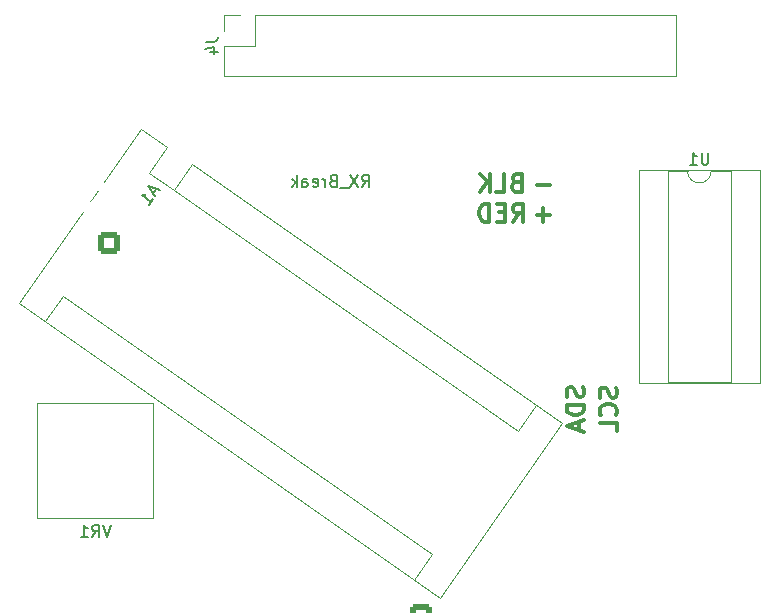
<source format=gbr>
G04 #@! TF.GenerationSoftware,KiCad,Pcbnew,7.0.11-7.0.11~ubuntu20.04.1*
G04 #@! TF.CreationDate,2024-03-27T14:10:52+00:00*
G04 #@! TF.ProjectId,Swarm-B_20230626,53776172-6d2d-4425-9f32-303233303632,rev?*
G04 #@! TF.SameCoordinates,Original*
G04 #@! TF.FileFunction,Legend,Bot*
G04 #@! TF.FilePolarity,Positive*
%FSLAX46Y46*%
G04 Gerber Fmt 4.6, Leading zero omitted, Abs format (unit mm)*
G04 Created by KiCad (PCBNEW 7.0.11-7.0.11~ubuntu20.04.1) date 2024-03-27 14:10:52*
%MOMM*%
%LPD*%
G01*
G04 APERTURE LIST*
G04 Aperture macros list*
%AMRoundRect*
0 Rectangle with rounded corners*
0 $1 Rounding radius*
0 $2 $3 $4 $5 $6 $7 $8 $9 X,Y pos of 4 corners*
0 Add a 4 corners polygon primitive as box body*
4,1,4,$2,$3,$4,$5,$6,$7,$8,$9,$2,$3,0*
0 Add four circle primitives for the rounded corners*
1,1,$1+$1,$2,$3*
1,1,$1+$1,$4,$5*
1,1,$1+$1,$6,$7*
1,1,$1+$1,$8,$9*
0 Add four rect primitives between the rounded corners*
20,1,$1+$1,$2,$3,$4,$5,0*
20,1,$1+$1,$4,$5,$6,$7,0*
20,1,$1+$1,$6,$7,$8,$9,0*
20,1,$1+$1,$8,$9,$2,$3,0*%
%AMHorizOval*
0 Thick line with rounded ends*
0 $1 width*
0 $2 $3 position (X,Y) of the first rounded end (center of the circle)*
0 $4 $5 position (X,Y) of the second rounded end (center of the circle)*
0 Add line between two ends*
20,1,$1,$2,$3,$4,$5,0*
0 Add two circle primitives to create the rounded ends*
1,1,$1,$2,$3*
1,1,$1,$4,$5*%
%AMRotRect*
0 Rectangle, with rotation*
0 The origin of the aperture is its center*
0 $1 length*
0 $2 width*
0 $3 Rotation angle, in degrees counterclockwise*
0 Add horizontal line*
21,1,$1,$2,0,0,$3*%
G04 Aperture macros list end*
%ADD10C,0.300000*%
%ADD11C,0.150000*%
%ADD12C,0.120000*%
%ADD13R,1.800000X1.800000*%
%ADD14C,1.800000*%
%ADD15RoundRect,0.248400X-0.651600X0.651600X-0.651600X-0.651600X0.651600X-0.651600X0.651600X0.651600X0*%
%ADD16R,1.700000X1.700000*%
%ADD17O,1.700000X1.700000*%
%ADD18C,1.600000*%
%ADD19C,1.400000*%
%ADD20O,1.400000X1.400000*%
%ADD21C,2.000000*%
%ADD22RotRect,1.700000X1.700000X25.000000*%
%ADD23HorizOval,1.700000X0.000000X0.000000X0.000000X0.000000X0*%
%ADD24RoundRect,0.248400X-0.651600X-0.651600X0.651600X-0.651600X0.651600X0.651600X-0.651600X0.651600X0*%
%ADD25RotRect,1.700000X1.700000X335.000000*%
%ADD26HorizOval,1.700000X0.000000X0.000000X0.000000X0.000000X0*%
%ADD27RoundRect,0.248400X0.651600X-0.651600X0.651600X0.651600X-0.651600X0.651600X-0.651600X-0.651600X0*%
%ADD28RoundRect,0.248400X0.651600X0.651600X-0.651600X0.651600X-0.651600X-0.651600X0.651600X-0.651600X0*%
%ADD29RotRect,1.600000X1.600000X235.000000*%
%ADD30HorizOval,1.600000X0.000000X0.000000X0.000000X0.000000X0*%
%ADD31R,1.600000X1.600000*%
%ADD32O,1.600000X1.600000*%
%ADD33C,1.440000*%
G04 APERTURE END LIST*
D10*
X130146900Y-103842572D02*
X130218328Y-104056858D01*
X130218328Y-104056858D02*
X130218328Y-104414000D01*
X130218328Y-104414000D02*
X130146900Y-104556858D01*
X130146900Y-104556858D02*
X130075471Y-104628286D01*
X130075471Y-104628286D02*
X129932614Y-104699715D01*
X129932614Y-104699715D02*
X129789757Y-104699715D01*
X129789757Y-104699715D02*
X129646900Y-104628286D01*
X129646900Y-104628286D02*
X129575471Y-104556858D01*
X129575471Y-104556858D02*
X129504042Y-104414000D01*
X129504042Y-104414000D02*
X129432614Y-104128286D01*
X129432614Y-104128286D02*
X129361185Y-103985429D01*
X129361185Y-103985429D02*
X129289757Y-103914000D01*
X129289757Y-103914000D02*
X129146900Y-103842572D01*
X129146900Y-103842572D02*
X129004042Y-103842572D01*
X129004042Y-103842572D02*
X128861185Y-103914000D01*
X128861185Y-103914000D02*
X128789757Y-103985429D01*
X128789757Y-103985429D02*
X128718328Y-104128286D01*
X128718328Y-104128286D02*
X128718328Y-104485429D01*
X128718328Y-104485429D02*
X128789757Y-104699715D01*
X130218328Y-105342571D02*
X128718328Y-105342571D01*
X128718328Y-105342571D02*
X128718328Y-105699714D01*
X128718328Y-105699714D02*
X128789757Y-105914000D01*
X128789757Y-105914000D02*
X128932614Y-106056857D01*
X128932614Y-106056857D02*
X129075471Y-106128286D01*
X129075471Y-106128286D02*
X129361185Y-106199714D01*
X129361185Y-106199714D02*
X129575471Y-106199714D01*
X129575471Y-106199714D02*
X129861185Y-106128286D01*
X129861185Y-106128286D02*
X130004042Y-106056857D01*
X130004042Y-106056857D02*
X130146900Y-105914000D01*
X130146900Y-105914000D02*
X130218328Y-105699714D01*
X130218328Y-105699714D02*
X130218328Y-105342571D01*
X129789757Y-106771143D02*
X129789757Y-107485429D01*
X130218328Y-106628286D02*
X128718328Y-107128286D01*
X128718328Y-107128286D02*
X130218328Y-107628286D01*
X126174571Y-86720900D02*
X127317429Y-86720900D01*
X126174571Y-89260900D02*
X127317429Y-89260900D01*
X126746000Y-89832328D02*
X126746000Y-88689471D01*
D11*
X111395792Y-86869819D02*
X111729125Y-86393628D01*
X111967220Y-86869819D02*
X111967220Y-85869819D01*
X111967220Y-85869819D02*
X111586268Y-85869819D01*
X111586268Y-85869819D02*
X111491030Y-85917438D01*
X111491030Y-85917438D02*
X111443411Y-85965057D01*
X111443411Y-85965057D02*
X111395792Y-86060295D01*
X111395792Y-86060295D02*
X111395792Y-86203152D01*
X111395792Y-86203152D02*
X111443411Y-86298390D01*
X111443411Y-86298390D02*
X111491030Y-86346009D01*
X111491030Y-86346009D02*
X111586268Y-86393628D01*
X111586268Y-86393628D02*
X111967220Y-86393628D01*
X111062458Y-85869819D02*
X110395792Y-86869819D01*
X110395792Y-85869819D02*
X111062458Y-86869819D01*
X110252935Y-86965057D02*
X109491030Y-86965057D01*
X108919601Y-86346009D02*
X108776744Y-86393628D01*
X108776744Y-86393628D02*
X108729125Y-86441247D01*
X108729125Y-86441247D02*
X108681506Y-86536485D01*
X108681506Y-86536485D02*
X108681506Y-86679342D01*
X108681506Y-86679342D02*
X108729125Y-86774580D01*
X108729125Y-86774580D02*
X108776744Y-86822200D01*
X108776744Y-86822200D02*
X108871982Y-86869819D01*
X108871982Y-86869819D02*
X109252934Y-86869819D01*
X109252934Y-86869819D02*
X109252934Y-85869819D01*
X109252934Y-85869819D02*
X108919601Y-85869819D01*
X108919601Y-85869819D02*
X108824363Y-85917438D01*
X108824363Y-85917438D02*
X108776744Y-85965057D01*
X108776744Y-85965057D02*
X108729125Y-86060295D01*
X108729125Y-86060295D02*
X108729125Y-86155533D01*
X108729125Y-86155533D02*
X108776744Y-86250771D01*
X108776744Y-86250771D02*
X108824363Y-86298390D01*
X108824363Y-86298390D02*
X108919601Y-86346009D01*
X108919601Y-86346009D02*
X109252934Y-86346009D01*
X108252934Y-86869819D02*
X108252934Y-86203152D01*
X108252934Y-86393628D02*
X108205315Y-86298390D01*
X108205315Y-86298390D02*
X108157696Y-86250771D01*
X108157696Y-86250771D02*
X108062458Y-86203152D01*
X108062458Y-86203152D02*
X107967220Y-86203152D01*
X107252934Y-86822200D02*
X107348172Y-86869819D01*
X107348172Y-86869819D02*
X107538648Y-86869819D01*
X107538648Y-86869819D02*
X107633886Y-86822200D01*
X107633886Y-86822200D02*
X107681505Y-86726961D01*
X107681505Y-86726961D02*
X107681505Y-86346009D01*
X107681505Y-86346009D02*
X107633886Y-86250771D01*
X107633886Y-86250771D02*
X107538648Y-86203152D01*
X107538648Y-86203152D02*
X107348172Y-86203152D01*
X107348172Y-86203152D02*
X107252934Y-86250771D01*
X107252934Y-86250771D02*
X107205315Y-86346009D01*
X107205315Y-86346009D02*
X107205315Y-86441247D01*
X107205315Y-86441247D02*
X107681505Y-86536485D01*
X106348172Y-86869819D02*
X106348172Y-86346009D01*
X106348172Y-86346009D02*
X106395791Y-86250771D01*
X106395791Y-86250771D02*
X106491029Y-86203152D01*
X106491029Y-86203152D02*
X106681505Y-86203152D01*
X106681505Y-86203152D02*
X106776743Y-86250771D01*
X106348172Y-86822200D02*
X106443410Y-86869819D01*
X106443410Y-86869819D02*
X106681505Y-86869819D01*
X106681505Y-86869819D02*
X106776743Y-86822200D01*
X106776743Y-86822200D02*
X106824362Y-86726961D01*
X106824362Y-86726961D02*
X106824362Y-86631723D01*
X106824362Y-86631723D02*
X106776743Y-86536485D01*
X106776743Y-86536485D02*
X106681505Y-86488866D01*
X106681505Y-86488866D02*
X106443410Y-86488866D01*
X106443410Y-86488866D02*
X106348172Y-86441247D01*
X105871981Y-86869819D02*
X105871981Y-85869819D01*
X105776743Y-86488866D02*
X105491029Y-86869819D01*
X105491029Y-86203152D02*
X105871981Y-86584104D01*
D10*
X124154285Y-89832328D02*
X124654285Y-89118042D01*
X125011428Y-89832328D02*
X125011428Y-88332328D01*
X125011428Y-88332328D02*
X124439999Y-88332328D01*
X124439999Y-88332328D02*
X124297142Y-88403757D01*
X124297142Y-88403757D02*
X124225713Y-88475185D01*
X124225713Y-88475185D02*
X124154285Y-88618042D01*
X124154285Y-88618042D02*
X124154285Y-88832328D01*
X124154285Y-88832328D02*
X124225713Y-88975185D01*
X124225713Y-88975185D02*
X124297142Y-89046614D01*
X124297142Y-89046614D02*
X124439999Y-89118042D01*
X124439999Y-89118042D02*
X125011428Y-89118042D01*
X123511428Y-89046614D02*
X123011428Y-89046614D01*
X122797142Y-89832328D02*
X123511428Y-89832328D01*
X123511428Y-89832328D02*
X123511428Y-88332328D01*
X123511428Y-88332328D02*
X122797142Y-88332328D01*
X122154285Y-89832328D02*
X122154285Y-88332328D01*
X122154285Y-88332328D02*
X121797142Y-88332328D01*
X121797142Y-88332328D02*
X121582856Y-88403757D01*
X121582856Y-88403757D02*
X121439999Y-88546614D01*
X121439999Y-88546614D02*
X121368570Y-88689471D01*
X121368570Y-88689471D02*
X121297142Y-88975185D01*
X121297142Y-88975185D02*
X121297142Y-89189471D01*
X121297142Y-89189471D02*
X121368570Y-89475185D01*
X121368570Y-89475185D02*
X121439999Y-89618042D01*
X121439999Y-89618042D02*
X121582856Y-89760900D01*
X121582856Y-89760900D02*
X121797142Y-89832328D01*
X121797142Y-89832328D02*
X122154285Y-89832328D01*
X132940900Y-103878286D02*
X133012328Y-104092572D01*
X133012328Y-104092572D02*
X133012328Y-104449714D01*
X133012328Y-104449714D02*
X132940900Y-104592572D01*
X132940900Y-104592572D02*
X132869471Y-104664000D01*
X132869471Y-104664000D02*
X132726614Y-104735429D01*
X132726614Y-104735429D02*
X132583757Y-104735429D01*
X132583757Y-104735429D02*
X132440900Y-104664000D01*
X132440900Y-104664000D02*
X132369471Y-104592572D01*
X132369471Y-104592572D02*
X132298042Y-104449714D01*
X132298042Y-104449714D02*
X132226614Y-104164000D01*
X132226614Y-104164000D02*
X132155185Y-104021143D01*
X132155185Y-104021143D02*
X132083757Y-103949714D01*
X132083757Y-103949714D02*
X131940900Y-103878286D01*
X131940900Y-103878286D02*
X131798042Y-103878286D01*
X131798042Y-103878286D02*
X131655185Y-103949714D01*
X131655185Y-103949714D02*
X131583757Y-104021143D01*
X131583757Y-104021143D02*
X131512328Y-104164000D01*
X131512328Y-104164000D02*
X131512328Y-104521143D01*
X131512328Y-104521143D02*
X131583757Y-104735429D01*
X132869471Y-106235428D02*
X132940900Y-106164000D01*
X132940900Y-106164000D02*
X133012328Y-105949714D01*
X133012328Y-105949714D02*
X133012328Y-105806857D01*
X133012328Y-105806857D02*
X132940900Y-105592571D01*
X132940900Y-105592571D02*
X132798042Y-105449714D01*
X132798042Y-105449714D02*
X132655185Y-105378285D01*
X132655185Y-105378285D02*
X132369471Y-105306857D01*
X132369471Y-105306857D02*
X132155185Y-105306857D01*
X132155185Y-105306857D02*
X131869471Y-105378285D01*
X131869471Y-105378285D02*
X131726614Y-105449714D01*
X131726614Y-105449714D02*
X131583757Y-105592571D01*
X131583757Y-105592571D02*
X131512328Y-105806857D01*
X131512328Y-105806857D02*
X131512328Y-105949714D01*
X131512328Y-105949714D02*
X131583757Y-106164000D01*
X131583757Y-106164000D02*
X131655185Y-106235428D01*
X133012328Y-107592571D02*
X133012328Y-106878285D01*
X133012328Y-106878285D02*
X131512328Y-106878285D01*
X124440000Y-86506614D02*
X124225714Y-86578042D01*
X124225714Y-86578042D02*
X124154285Y-86649471D01*
X124154285Y-86649471D02*
X124082857Y-86792328D01*
X124082857Y-86792328D02*
X124082857Y-87006614D01*
X124082857Y-87006614D02*
X124154285Y-87149471D01*
X124154285Y-87149471D02*
X124225714Y-87220900D01*
X124225714Y-87220900D02*
X124368571Y-87292328D01*
X124368571Y-87292328D02*
X124940000Y-87292328D01*
X124940000Y-87292328D02*
X124940000Y-85792328D01*
X124940000Y-85792328D02*
X124440000Y-85792328D01*
X124440000Y-85792328D02*
X124297143Y-85863757D01*
X124297143Y-85863757D02*
X124225714Y-85935185D01*
X124225714Y-85935185D02*
X124154285Y-86078042D01*
X124154285Y-86078042D02*
X124154285Y-86220900D01*
X124154285Y-86220900D02*
X124225714Y-86363757D01*
X124225714Y-86363757D02*
X124297143Y-86435185D01*
X124297143Y-86435185D02*
X124440000Y-86506614D01*
X124440000Y-86506614D02*
X124940000Y-86506614D01*
X122725714Y-87292328D02*
X123440000Y-87292328D01*
X123440000Y-87292328D02*
X123440000Y-85792328D01*
X122225714Y-87292328D02*
X122225714Y-85792328D01*
X121368571Y-87292328D02*
X122011428Y-86435185D01*
X121368571Y-85792328D02*
X122225714Y-86649471D01*
D11*
X93982223Y-87059888D02*
X93709091Y-87449961D01*
X94270892Y-87145753D02*
X93260548Y-86845227D01*
X93260548Y-86845227D02*
X93888508Y-87691854D01*
X93396871Y-88393985D02*
X93724629Y-87925898D01*
X93560750Y-88159941D02*
X92741598Y-87586365D01*
X92741598Y-87586365D02*
X92913246Y-87590290D01*
X92913246Y-87590290D02*
X93045887Y-87566902D01*
X93045887Y-87566902D02*
X93139520Y-87516200D01*
X140715904Y-83992819D02*
X140715904Y-84802342D01*
X140715904Y-84802342D02*
X140668285Y-84897580D01*
X140668285Y-84897580D02*
X140620666Y-84945200D01*
X140620666Y-84945200D02*
X140525428Y-84992819D01*
X140525428Y-84992819D02*
X140334952Y-84992819D01*
X140334952Y-84992819D02*
X140239714Y-84945200D01*
X140239714Y-84945200D02*
X140192095Y-84897580D01*
X140192095Y-84897580D02*
X140144476Y-84802342D01*
X140144476Y-84802342D02*
X140144476Y-83992819D01*
X139144476Y-84992819D02*
X139715904Y-84992819D01*
X139430190Y-84992819D02*
X139430190Y-83992819D01*
X139430190Y-83992819D02*
X139525428Y-84135676D01*
X139525428Y-84135676D02*
X139620666Y-84230914D01*
X139620666Y-84230914D02*
X139715904Y-84278533D01*
X90113523Y-115517819D02*
X89780190Y-116517819D01*
X89780190Y-116517819D02*
X89446857Y-115517819D01*
X88542095Y-116517819D02*
X88875428Y-116041628D01*
X89113523Y-116517819D02*
X89113523Y-115517819D01*
X89113523Y-115517819D02*
X88732571Y-115517819D01*
X88732571Y-115517819D02*
X88637333Y-115565438D01*
X88637333Y-115565438D02*
X88589714Y-115613057D01*
X88589714Y-115613057D02*
X88542095Y-115708295D01*
X88542095Y-115708295D02*
X88542095Y-115851152D01*
X88542095Y-115851152D02*
X88589714Y-115946390D01*
X88589714Y-115946390D02*
X88637333Y-115994009D01*
X88637333Y-115994009D02*
X88732571Y-116041628D01*
X88732571Y-116041628D02*
X89113523Y-116041628D01*
X87589714Y-116517819D02*
X88161142Y-116517819D01*
X87875428Y-116517819D02*
X87875428Y-115517819D01*
X87875428Y-115517819D02*
X87970666Y-115660676D01*
X87970666Y-115660676D02*
X88065904Y-115755914D01*
X88065904Y-115755914D02*
X88161142Y-115803533D01*
X98188819Y-74584666D02*
X98903104Y-74584666D01*
X98903104Y-74584666D02*
X99045961Y-74537047D01*
X99045961Y-74537047D02*
X99141200Y-74441809D01*
X99141200Y-74441809D02*
X99188819Y-74298952D01*
X99188819Y-74298952D02*
X99188819Y-74203714D01*
X98522152Y-75489428D02*
X99188819Y-75489428D01*
X98141200Y-75251333D02*
X98855485Y-75013238D01*
X98855485Y-75013238D02*
X98855485Y-75632285D01*
D12*
X128307713Y-106887856D02*
X117960394Y-121665359D01*
X96991530Y-84960029D02*
X128307713Y-106887856D01*
X92723748Y-81971696D02*
X94910884Y-83503145D01*
X124589128Y-107543543D02*
X126120577Y-105356407D01*
X95460081Y-87147165D02*
X96991530Y-84960029D01*
X95460081Y-87147165D02*
X124589128Y-107543543D01*
X95460081Y-87147165D02*
X93379435Y-85690281D01*
X93379435Y-85690281D02*
X94910884Y-83503145D01*
X117304707Y-117946774D02*
X115773258Y-120133910D01*
X86095014Y-96093512D02*
X117304707Y-117946774D01*
X86095014Y-96093512D02*
X84563565Y-98280648D01*
X117960394Y-121665359D02*
X82376429Y-96749199D01*
X82376429Y-96749199D02*
X92723748Y-81971696D01*
X145094000Y-103498000D02*
X134814000Y-103498000D01*
X145094000Y-85478000D02*
X145094000Y-103498000D01*
X142604000Y-103438000D02*
X137304000Y-103438000D01*
X142604000Y-85538000D02*
X142604000Y-103438000D01*
X140954000Y-85538000D02*
X142604000Y-85538000D01*
X137304000Y-103438000D02*
X137304000Y-85538000D01*
X137304000Y-85538000D02*
X138954000Y-85538000D01*
X134814000Y-103498000D02*
X134814000Y-85478000D01*
X134814000Y-85478000D02*
X145094000Y-85478000D01*
X138954000Y-85538000D02*
G75*
G03*
X140954000Y-85538000I1000000J0D01*
G01*
X83919000Y-105163000D02*
X93689000Y-105163000D01*
X83919000Y-114933000D02*
X83919000Y-105163000D01*
X83919000Y-114933000D02*
X93689000Y-114933000D01*
X93689000Y-114933000D02*
X93689000Y-105163000D01*
X137954000Y-72318000D02*
X137954000Y-77518000D01*
X102334000Y-72318000D02*
X137954000Y-72318000D01*
X102334000Y-72318000D02*
X102334000Y-74918000D01*
X101064000Y-72318000D02*
X99734000Y-72318000D01*
X99734000Y-72318000D02*
X99734000Y-73648000D01*
X102334000Y-74918000D02*
X99734000Y-74918000D01*
X99734000Y-74918000D02*
X99734000Y-77518000D01*
X99734000Y-77518000D02*
X137954000Y-77518000D01*
%LPC*%
D13*
X111204000Y-124078000D03*
D14*
X113744000Y-124078000D03*
D13*
X126834000Y-64428000D03*
D14*
X124294000Y-64428000D03*
D13*
X88714000Y-86398000D03*
D14*
X88714000Y-88938000D03*
D13*
X149004000Y-101988000D03*
D14*
X149004000Y-99448000D03*
D15*
X89944000Y-91658000D03*
D14*
X89944000Y-94198000D03*
X89944000Y-96738000D03*
D16*
X103594000Y-84328000D03*
D17*
X103594000Y-81788000D03*
D18*
X148864000Y-85248000D03*
X148864000Y-88248000D03*
D16*
X129540000Y-101854000D03*
D17*
X132080000Y-101854000D03*
D16*
X132080000Y-86614000D03*
D17*
X129540000Y-86614000D03*
D16*
X132080000Y-89154000D03*
D17*
X129540000Y-89154000D03*
D19*
X96774000Y-117348000D03*
D20*
X89154000Y-117348000D03*
X129764000Y-117348000D03*
D19*
X137384000Y-117348000D03*
D16*
X103492000Y-65024000D03*
D17*
X106032000Y-65024000D03*
D21*
X84754000Y-81958000D03*
X84754000Y-75458000D03*
X89254000Y-81958000D03*
X89254000Y-75458000D03*
D18*
X95655000Y-64675000D03*
X98253076Y-63175000D03*
D16*
X130674000Y-64400000D03*
D17*
X133214000Y-64400000D03*
X135754000Y-64400000D03*
X138294000Y-64400000D03*
D19*
X137414000Y-112268000D03*
D20*
X129794000Y-112268000D03*
D18*
X98247200Y-125399800D03*
X95649124Y-123899800D03*
D19*
X137344000Y-114808000D03*
D20*
X129724000Y-114808000D03*
D22*
X148633600Y-68693900D03*
D23*
X149707050Y-70995922D03*
X150780501Y-73297944D03*
X151853951Y-75599965D03*
D24*
X116374000Y-123173000D03*
D14*
X118914000Y-123173000D03*
X121454000Y-123173000D03*
D25*
X151804000Y-112550000D03*
D26*
X150730550Y-114852022D03*
X149657099Y-117154044D03*
X148583649Y-119456065D03*
D27*
X148239000Y-97040000D03*
D14*
X148239000Y-94500000D03*
X148239000Y-91960000D03*
D28*
X121304000Y-65250000D03*
D14*
X118764000Y-65250000D03*
X116224000Y-65250000D03*
D29*
X95148200Y-85378400D03*
D30*
X97228846Y-86835284D03*
X99309492Y-88292168D03*
X101390139Y-89749052D03*
X103470785Y-91205937D03*
X105551431Y-92662821D03*
X107632077Y-94119705D03*
X109712723Y-95576589D03*
X111793370Y-97033473D03*
X113874016Y-98490357D03*
X115954662Y-99947241D03*
X118035308Y-101404126D03*
X120115954Y-102861010D03*
X122196601Y-104317894D03*
X124277247Y-105774778D03*
X115535942Y-118258655D03*
X113455296Y-116801771D03*
X111374649Y-115344887D03*
X109294003Y-113888003D03*
X107213357Y-112431119D03*
X105132711Y-110974234D03*
X103052065Y-109517350D03*
X100971418Y-108060466D03*
X98890772Y-106603582D03*
X96810126Y-105146698D03*
X94729480Y-103689814D03*
X92648834Y-102232930D03*
X90568187Y-100776045D03*
X88487541Y-99319161D03*
X86406895Y-97862277D03*
D31*
X143764000Y-86868000D03*
D32*
X143764000Y-89408000D03*
X143764000Y-91948000D03*
X143764000Y-94488000D03*
X143764000Y-97028000D03*
X143764000Y-99568000D03*
X143764000Y-102108000D03*
X136144000Y-102108000D03*
X136144000Y-99568000D03*
X136144000Y-97028000D03*
X136144000Y-94488000D03*
X136144000Y-91948000D03*
X136144000Y-89408000D03*
X136144000Y-86868000D03*
D33*
X88819000Y-107508000D03*
X91359000Y-110048000D03*
X88819000Y-112588000D03*
D16*
X101064000Y-73648000D03*
D17*
X101064000Y-76188000D03*
X103604000Y-73648000D03*
X103604000Y-76188000D03*
X106144000Y-73648000D03*
X106144000Y-76188000D03*
X108684000Y-73648000D03*
X108684000Y-76188000D03*
X111224000Y-73648000D03*
X111224000Y-76188000D03*
X113764000Y-73648000D03*
X113764000Y-76188000D03*
X116304000Y-73648000D03*
X116304000Y-76188000D03*
X118844000Y-73648000D03*
X118844000Y-76188000D03*
X121384000Y-73648000D03*
X121384000Y-76188000D03*
X123924000Y-73648000D03*
X123924000Y-76188000D03*
X126464000Y-73648000D03*
X126464000Y-76188000D03*
X129004000Y-73648000D03*
X129004000Y-76188000D03*
X131544000Y-73648000D03*
X131544000Y-76188000D03*
X134084000Y-73648000D03*
X134084000Y-76188000D03*
X136624000Y-73648000D03*
X136624000Y-76188000D03*
%LPD*%
M02*

</source>
